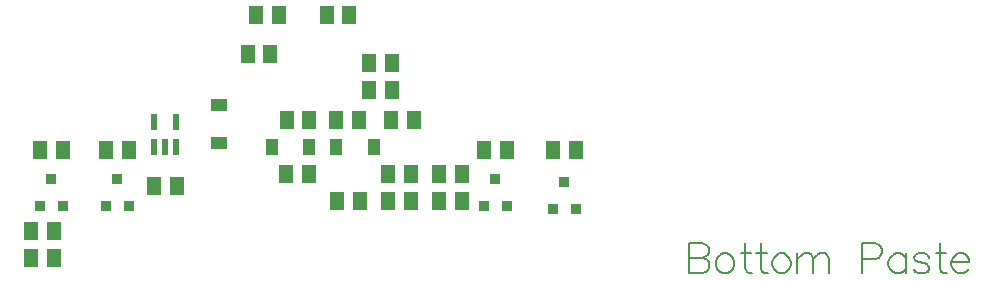
<source format=gbp>
%FSLAX23Y23*%
%MOIN*%
G70*
G01*
G75*
G04 Layer_Color=128*
%ADD10C,0.016*%
%ADD11C,0.010*%
%ADD12C,0.020*%
%ADD13C,0.018*%
%ADD14C,0.015*%
%ADD15C,0.100*%
%ADD16C,0.145*%
%ADD17C,0.050*%
%ADD18C,0.070*%
%ADD19C,0.060*%
%ADD20O,0.060X0.061*%
%ADD21C,0.059*%
%ADD22C,0.059*%
%ADD23R,0.059X0.059*%
%ADD24C,0.025*%
%ADD25R,0.051X0.059*%
%ADD26R,0.058X0.039*%
%ADD27R,0.022X0.057*%
%ADD28R,0.022X0.057*%
%ADD29R,0.039X0.058*%
%ADD30R,0.035X0.037*%
%ADD31R,0.035X0.037*%
%ADD32C,0.020*%
%ADD33C,0.025*%
%ADD34C,0.004*%
%ADD35C,0.006*%
%ADD36C,0.005*%
%ADD37C,0.004*%
%ADD38C,0.010*%
%ADD39C,0.008*%
%ADD40C,0.008*%
%ADD41R,0.420X0.140*%
%ADD42R,0.250X0.130*%
%ADD43R,0.170X0.050*%
%ADD44R,0.080X0.080*%
%ADD45R,0.021X0.068*%
D25*
X1823Y460D02*
D03*
X1443Y290D02*
D03*
X1897Y460D02*
D03*
X1517Y290D02*
D03*
X1100Y560D02*
D03*
X1175D02*
D03*
X1273Y380D02*
D03*
X1007D02*
D03*
X933D02*
D03*
X567Y340D02*
D03*
X492D02*
D03*
X1347Y290D02*
D03*
X1273D02*
D03*
X1177D02*
D03*
X1103D02*
D03*
X1010Y560D02*
D03*
X935D02*
D03*
X1347Y380D02*
D03*
X1285Y660D02*
D03*
X880Y780D02*
D03*
X805D02*
D03*
X907Y910D02*
D03*
X832D02*
D03*
X1285Y750D02*
D03*
X157Y190D02*
D03*
X83D02*
D03*
X187Y460D02*
D03*
X113D02*
D03*
X407D02*
D03*
X333D02*
D03*
X1283Y560D02*
D03*
X1357D02*
D03*
X1667Y460D02*
D03*
X1593D02*
D03*
X1067Y910D02*
D03*
X1142D02*
D03*
X1210Y750D02*
D03*
Y660D02*
D03*
X1517Y380D02*
D03*
X1443D02*
D03*
X157Y100D02*
D03*
X83D02*
D03*
D26*
X710Y610D02*
D03*
Y485D02*
D03*
D27*
X566Y472D02*
D03*
D28*
X528Y472D02*
D03*
X491D02*
D03*
Y556D02*
D03*
X566D02*
D03*
D29*
X1100Y470D02*
D03*
X1225D02*
D03*
X1010D02*
D03*
X885D02*
D03*
D30*
X112Y274D02*
D03*
X332D02*
D03*
X1822Y264D02*
D03*
X1592Y274D02*
D03*
D31*
X187Y274D02*
D03*
X150Y366D02*
D03*
X370D02*
D03*
X407Y274D02*
D03*
X1860Y356D02*
D03*
X1897Y264D02*
D03*
X1667Y274D02*
D03*
X1630Y366D02*
D03*
D35*
X2275Y150D02*
Y50D01*
Y150D02*
X2318D01*
X2332Y145D01*
X2337Y140D01*
X2342Y131D01*
Y121D01*
X2337Y112D01*
X2332Y107D01*
X2318Y102D01*
X2275D02*
X2318D01*
X2332Y98D01*
X2337Y93D01*
X2342Y83D01*
Y69D01*
X2337Y60D01*
X2332Y55D01*
X2318Y50D01*
X2275D01*
X2388Y117D02*
X2378Y112D01*
X2369Y102D01*
X2364Y88D01*
Y79D01*
X2369Y64D01*
X2378Y55D01*
X2388Y50D01*
X2402D01*
X2412Y55D01*
X2421Y64D01*
X2426Y79D01*
Y88D01*
X2421Y102D01*
X2412Y112D01*
X2402Y117D01*
X2388D01*
X2462Y150D02*
Y69D01*
X2467Y55D01*
X2476Y50D01*
X2486D01*
X2448Y117D02*
X2481D01*
X2514Y150D02*
Y69D01*
X2519Y55D01*
X2529Y50D01*
X2538D01*
X2500Y117D02*
X2534D01*
X2576D02*
X2567Y112D01*
X2557Y102D01*
X2553Y88D01*
Y79D01*
X2557Y64D01*
X2567Y55D01*
X2576Y50D01*
X2591D01*
X2600Y55D01*
X2610Y64D01*
X2614Y79D01*
Y88D01*
X2610Y102D01*
X2600Y112D01*
X2591Y117D01*
X2576D01*
X2636D02*
Y50D01*
Y98D02*
X2651Y112D01*
X2660Y117D01*
X2674D01*
X2684Y112D01*
X2689Y98D01*
Y50D01*
Y98D02*
X2703Y112D01*
X2713Y117D01*
X2727D01*
X2736Y112D01*
X2741Y98D01*
Y50D01*
X2851Y98D02*
X2894D01*
X2908Y102D01*
X2913Y107D01*
X2918Y117D01*
Y131D01*
X2913Y140D01*
X2908Y145D01*
X2894Y150D01*
X2851D01*
Y50D01*
X2997Y117D02*
Y50D01*
Y102D02*
X2988Y112D01*
X2978Y117D01*
X2964D01*
X2954Y112D01*
X2945Y102D01*
X2940Y88D01*
Y79D01*
X2945Y64D01*
X2954Y55D01*
X2964Y50D01*
X2978D01*
X2988Y55D01*
X2997Y64D01*
X3076Y102D02*
X3071Y112D01*
X3057Y117D01*
X3043D01*
X3029Y112D01*
X3024Y102D01*
X3029Y93D01*
X3038Y88D01*
X3062Y83D01*
X3071Y79D01*
X3076Y69D01*
Y64D01*
X3071Y55D01*
X3057Y50D01*
X3043D01*
X3029Y55D01*
X3024Y64D01*
X3111Y150D02*
Y69D01*
X3116Y55D01*
X3126Y50D01*
X3135D01*
X3097Y117D02*
X3131D01*
X3150Y88D02*
X3207D01*
Y98D01*
X3202Y107D01*
X3197Y112D01*
X3188Y117D01*
X3173D01*
X3164Y112D01*
X3154Y102D01*
X3150Y88D01*
Y79D01*
X3154Y64D01*
X3164Y55D01*
X3173Y50D01*
X3188D01*
X3197Y55D01*
X3207Y64D01*
M02*

</source>
